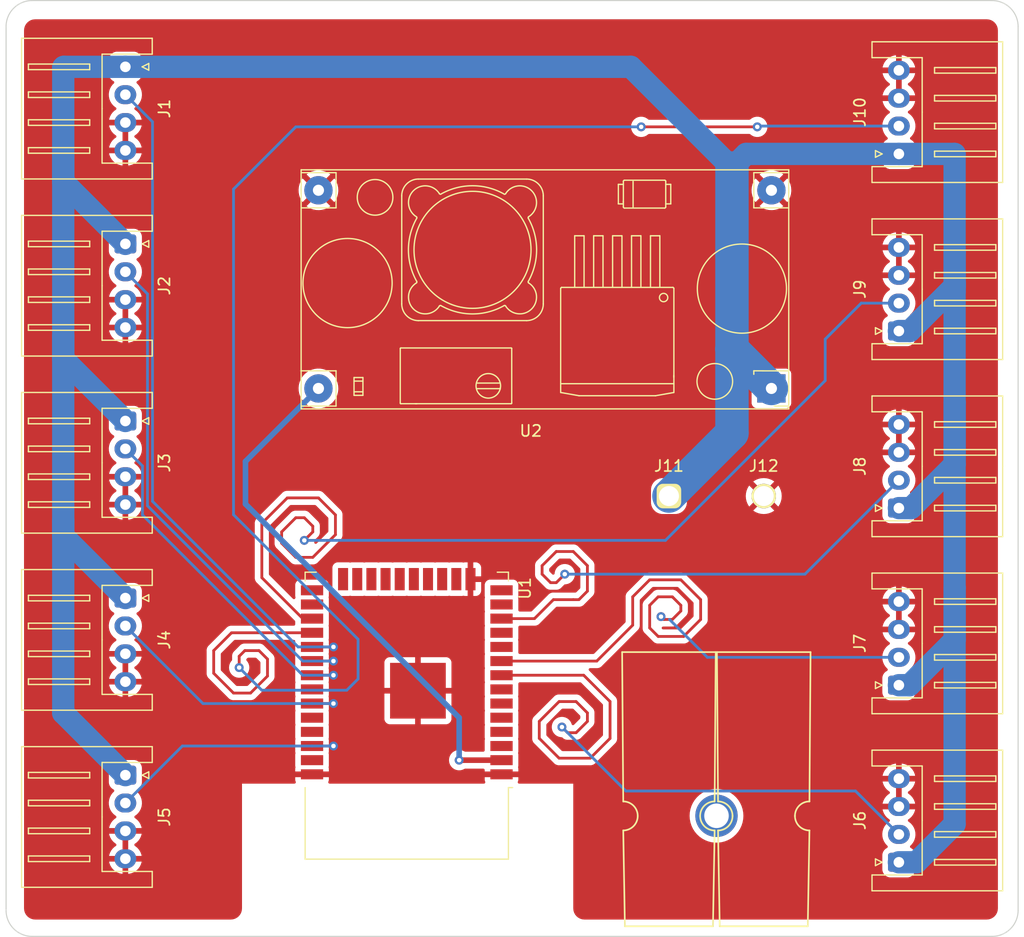
<source format=kicad_pcb>
(kicad_pcb (version 20211014) (generator pcbnew)
  (layers (0 "F.Cu" signal) (31 "B.Cu" signal) (34 "B.Paste" user) (35 "F.Paste" user) (36 "B.SilkS" user "B.Silkscreen") (37 "F.SilkS" user "F.Silkscreen") (38 "B.Mask" user) (39 "F.Mask" user) (44 "Edge.Cuts" user))
  (net 0 "")
  (net 1 "GND")
  (net 2 "+5V")
  (net 8 "Net-(J5-Pad2)")
  (net 13 "Net-(J4-Pad2)")
  (net 21 "Net-(J1-Pad2)")
  (net 24 "Net-(J6-Pad2)")
  (net 25 "Net-(J7-Pad2)")
  (net 30 "+12V")
  (net 31 "Net-(J2-Pad2)")
  (net 34 "Net-(J3-Pad2)")
  (net 35 "Net-(U1-Pad28)")
  (net 36 "Net-(U1-Pad12)")
  (net 37 "Net-(U1-Pad27)")
  (footprint "Custom:Anderson_Powerpole-25A-RA-G1" (layer "F.Cu") (at 162.5092 105.2604)
    (fp_text reference "J11" (at 0 -2.7) (layer "F.SilkS"))
    (fp_text value "Conn_01x01" hide)
    (pad "1" thru_hole roundrect (at 0 0) (size 2.2 2.2) (drill 1.8) (layers *.Cu *.Mask "F.SilkS") (net 30 "+12V"))
  )
  (footprint "Connector_JST:JST_XH_S4B-XH-A_1x04_P2.50mm_Horizontal" (layer "F.Cu") (at 183.1384 74.5652 90)
    (fp_text reference "J10" (at 3.75 -3.5 90) (layer "F.SilkS"))
    (fp_text value "Conn_01x04")
    (pad "1" thru_hole roundrect (at 0 0 90) (size 1.7 1.95) (drill 0.95) (layers *.Cu *.Mask) (roundrect_rratio 0.147059) (net 30 "+12V"))
    (pad "2" thru_hole oval (at 2.5 0 90) (size 1.7 1.95) (drill 0.95) (layers *.Cu *.Mask) (net 35 "Net-(U1-Pad28)"))
    (pad "3" thru_hole oval (at 5 0 90) (size 1.7 1.95) (drill 0.95) (layers *.Cu *.Mask) (net 1 "GND"))
    (pad "4" thru_hole oval (at 7.5 0 90) (size 1.7 1.95) (drill 0.95) (layers *.Cu *.Mask) (net 1 "GND"))
  )
  (footprint "RF_Module:ESP32-WROOM-32" (layer "F.Cu") (at 138.9888 121.9708 180)
    (fp_text reference "U1" (at -10.61 8.43 90) (layer "F.SilkS"))
    (fp_text value "ESP32-WROOM-32D")
    (pad "1" smd rect (at -8.5 -8.255 180) (size 2 0.9) (layers "F.Cu" "F.Paste" "F.Mask") (net 1 "GND"))
    (pad "2" smd rect (at -8.5 -6.985 180) (size 2 0.9) (layers "F.Cu" "F.Paste" "F.Mask") (net 2 "+5V"))
    (pad "3" smd rect (at -8.5 -5.715 180) (size 2 0.9) (layers "F.Cu" "F.Paste" "F.Mask"))
    (pad "4" smd rect (at -8.5 -4.445 180) (size 2 0.9) (layers "F.Cu" "F.Paste" "F.Mask"))
    (pad "5" smd rect (at -8.5 -3.175 180) (size 2 0.9) (layers "F.Cu" "F.Paste" "F.Mask"))
    (pad "6" smd rect (at -8.5 -1.905 180) (size 2 0.9) (layers "F.Cu" "F.Paste" "F.Mask"))
    (pad "7" smd rect (at -8.5 -0.635 180) (size 2 0.9) (layers "F.Cu" "F.Paste" "F.Mask"))
    (pad "8" smd rect (at -8.5 0.635 180) (size 2 0.9) (layers "F.Cu" "F.Paste" "F.Mask") (net 24 "Net-(J6-Pad2)"))
    (pad "9" smd rect (at -8.5 1.905 180) (size 2 0.9) (layers "F.Cu" "F.Paste" "F.Mask") (net 25 "Net-(J7-Pad2)"))
    (pad "10" smd rect (at -8.5 3.175 180) (size 2 0.9) (layers "F.Cu" "F.Paste" "F.Mask"))
    (pad "11" smd rect (at -8.5 4.445 180) (size 2 0.9) (layers "F.Cu" "F.Paste" "F.Mask"))
    (pad "12" smd rect (at -8.5 5.715 180) (size 2 0.9) (layers "F.Cu" "F.Paste" "F.Mask") (net 36 "Net-(U1-Pad12)"))
    (pad "13" smd rect (at -8.5 6.985 180) (size 2 0.9) (layers "F.Cu" "F.Paste" "F.Mask"))
    (pad "14" smd rect (at -8.5 8.255 180) (size 2 0.9) (layers "F.Cu" "F.Paste" "F.Mask"))
    (pad "15" smd rect (at -5.715 9.255 270) (size 2 0.9) (layers "F.Cu" "F.Paste" "F.Mask") (net 1 "GND"))
    (pad "16" smd rect (at -4.445 9.255 270) (size 2 0.9) (layers "F.Cu" "F.Paste" "F.Mask"))
    (pad "17" smd rect (at -3.175 9.255 270) (size 2 0.9) (layers "F.Cu" "F.Paste" "F.Mask"))
    (pad "18" smd rect (at -1.905 9.255 270) (size 2 0.9) (layers "F.Cu" "F.Paste" "F.Mask"))
    (pad "19" smd rect (at -0.635 9.255 270) (size 2 0.9) (layers "F.Cu" "F.Paste" "F.Mask"))
    (pad "20" smd rect (at 0.635 9.255 270) (size 2 0.9) (layers "F.Cu" "F.Paste" "F.Mask"))
    (pad "21" smd rect (at 1.905 9.255 270) (size 2 0.9) (layers "F.Cu" "F.Paste" "F.Mask"))
    (pad "22" smd rect (at 3.175 9.255 270) (size 2 0.9) (layers "F.Cu" "F.Paste" "F.Mask"))
    (pad "23" smd rect (at 4.445 9.255 270) (size 2 0.9) (layers "F.Cu" "F.Paste" "F.Mask"))
    (pad "24" smd rect (at 5.715 9.255 270) (size 2 0.9) (layers "F.Cu" "F.Paste" "F.Mask"))
    (pad "25" smd rect (at 8.5 8.255 180) (size 2 0.9) (layers "F.Cu" "F.Paste" "F.Mask"))
    (pad "26" smd rect (at 8.5 6.985 180) (size 2 0.9) (layers "F.Cu" "F.Paste" "F.Mask"))
    (pad "27" smd rect (at 8.5 5.715 180) (size 2 0.9) (layers "F.Cu" "F.Paste" "F.Mask") (net 37 "Net-(U1-Pad27)"))
    (pad "28" smd rect (at 8.5 4.445 180) (size 2 0.9) (layers "F.Cu" "F.Paste" "F.Mask") (net 35 "Net-(U1-Pad28)"))
    (pad "29" smd rect (at 8.5 3.175 180) (size 2 0.9) (layers "F.Cu" "F.Paste" "F.Mask") (net 21 "Net-(J1-Pad2)"))
    (pad "30" smd rect (at 8.5 1.905 180) (size 2 0.9) (layers "F.Cu" "F.Paste" "F.Mask") (net 31 "Net-(J2-Pad2)"))
    (pad "31" smd rect (at 8.5 0.635 180) (size 2 0.9) (layers "F.Cu" "F.Paste" "F.Mask") (net 34 "Net-(J3-Pad2)"))
    (pad "32" smd rect (at 8.5 -0.635 180) (size 2 0.9) (layers "F.Cu" "F.Paste" "F.Mask"))
    (pad "33" smd rect (at 8.5 -1.905 180) (size 2 0.9) (layers "F.Cu" "F.Paste" "F.Mask") (net 13 "Net-(J4-Pad2)"))
    (pad "34" smd rect (at 8.5 -3.175 180) (size 2 0.9) (layers "F.Cu" "F.Paste" "F.Mask"))
    (pad "35" smd rect (at 8.5 -4.445 180) (size 2 0.9) (layers "F.Cu" "F.Paste" "F.Mask"))
    (pad "36" smd rect (at 8.5 -5.715 180) (size 2 0.9) (layers "F.Cu" "F.Paste" "F.Mask") (net 8 "Net-(J5-Pad2)"))
    (pad "37" smd rect (at 8.5 -6.985 180) (size 2 0.9) (layers "F.Cu" "F.Paste" "F.Mask"))
    (pad "38" smd rect (at 8.5 -8.255 180) (size 2 0.9) (layers "F.Cu" "F.Paste" "F.Mask") (net 1 "GND"))
    (pad "39" smd rect (at -1 -0.755 180) (size 5 5) (layers "F.Cu" "F.Paste" "F.Mask") (net 1 "GND"))
    (zone (net 0) (net_name "") (layers *.Cu) (connect_pads (clearance 0)) (min_thickness 0.254)
      (keepout (tracks not_allowed) (vias not_allowed) (pads not_allowed) (copperpour not_allowed) (footprints not_allowed))
      (fill (thermal_gap 0.508) (thermal_bridge_width 0.508))
      (polygon (pts (xy 152.9888 131.9408) (xy 124.9888 131.9408) (xy 124.9888 142.7208) (xy 152.9888 142.7208)))
    )
  )
  (footprint "Connector_JST:JST_XH_S4B-XH-A_1x04_P2.50mm_Horizontal" (layer "F.Cu") (at 113.7412 66.7512 -90)
    (fp_text reference "J1" (at 3.75 -3.5 90) (layer "F.SilkS"))
    (fp_text value "Conn_01x04")
    (pad "1" thru_hole roundrect (at 0 0 270) (size 1.7 1.95) (drill 0.95) (layers *.Cu *.Mask) (roundrect_rratio 0.147059) (net 30 "+12V"))
    (pad "2" thru_hole oval (at 2.5 0 270) (size 1.7 1.95) (drill 0.95) (layers *.Cu *.Mask) (net 21 "Net-(J1-Pad2)"))
    (pad "3" thru_hole oval (at 5 0 270) (size 1.7 1.95) (drill 0.95) (layers *.Cu *.Mask) (net 1 "GND"))
    (pad "4" thru_hole oval (at 7.5 0 270) (size 1.7 1.95) (drill 0.95) (layers *.Cu *.Mask) (net 1 "GND"))
  )
  (footprint "Connector_JST:JST_XH_S4B-XH-A_1x04_P2.50mm_Horizontal" (layer "F.Cu") (at 113.7412 98.5266 -90)
    (fp_text reference "J3" (at 3.75 -3.5 90) (layer "F.SilkS"))
    (fp_text value "Conn_01x04")
    (pad "1" thru_hole roundrect (at 0 0 270) (size 1.7 1.95) (drill 0.95) (layers *.Cu *.Mask) (roundrect_rratio 0.147059) (net 30 "+12V"))
    (pad "2" thru_hole oval (at 2.5 0 270) (size 1.7 1.95) (drill 0.95) (layers *.Cu *.Mask) (net 34 "Net-(J3-Pad2)"))
    (pad "3" thru_hole oval (at 5 0 270) (size 1.7 1.95) (drill 0.95) (layers *.Cu *.Mask) (net 1 "GND"))
    (pad "4" thru_hole oval (at 7.5 0 270) (size 1.7 1.95) (drill 0.95) (layers *.Cu *.Mask) (net 1 "GND"))
  )
  (footprint "Connector_JST:JST_XH_S4B-XH-A_1x04_P2.50mm_Horizontal" (layer "F.Cu") (at 183.1384 138.116 90)
    (fp_text reference "J6" (at 3.75 -3.5 90) (layer "F.SilkS"))
    (fp_text value "Conn_01x04")
    (pad "1" thru_hole roundrect (at 0 0 90) (size 1.7 1.95) (drill 0.95) (layers *.Cu *.Mask) (roundrect_rratio 0.147059) (net 30 "+12V"))
    (pad "2" thru_hole oval (at 2.5 0 90) (size 1.7 1.95) (drill 0.95) (layers *.Cu *.Mask) (net 24 "Net-(J6-Pad2)"))
    (pad "3" thru_hole oval (at 5 0 90) (size 1.7 1.95) (drill 0.95) (layers *.Cu *.Mask) (net 1 "GND"))
    (pad "4" thru_hole oval (at 7.5 0 90) (size 1.7 1.95) (drill 0.95) (layers *.Cu *.Mask) (net 1 "GND"))
  )
  (footprint "MountingHole:MountingHole_2.2mm_M2_DIN965_Pad" (layer "F.Cu") (at 166.7764 133.9464)
    (fp_text reference " " (at 1.3208 -0.254) (layer "F.SilkS"))
    (fp_text value "MountingHole_2.2mm_M2_DIN965_Pad")
    (pad "1" thru_hole circle (at 0 0) (size 3.8 3.8) (drill 2.2) (layers *.Cu *.Mask))
  )
  (footprint "Connector_JST:JST_XH_S4B-XH-A_1x04_P2.50mm_Horizontal" (layer "F.Cu") (at 113.7412 82.6389 -90)
    (fp_text reference "J2" (at 3.75 -3.5 90) (layer "F.SilkS"))
    (fp_text value "Conn_01x04")
    (pad "1" thru_hole roundrect (at 0 0 270) (size 1.7 1.95) (drill 0.95) (layers *.Cu *.Mask) (roundrect_rratio 0.147059) (net 30 "+12V"))
    (pad "2" thru_hole oval (at 2.5 0 270) (size 1.7 1.95) (drill 0.95) (layers *.Cu *.Mask) (net 31 "Net-(J2-Pad2)"))
    (pad "3" thru_hole oval (at 5 0 270) (size 1.7 1.95) (drill 0.95) (layers *.Cu *.Mask) (net 1 "GND"))
    (pad "4" thru_hole oval (at 7.5 0 270) (size 1.7 1.95) (drill 0.95) (layers *.Cu *.Mask) (net 1 "GND"))
  )
  (footprint "Custom:Anderson_Powerpole-25A-RA-G1" (layer "F.Cu") (at 171.0152 105.2604)
    (fp_text reference "J12" (at 0 -2.7) (layer "F.SilkS"))
    (fp_text value "Conn_01x01" hide)
    (pad "1" thru_hole circle (at 0 0) (size 2.2 2.2) (drill 1.8) (layers *.Cu *.Mask "F.SilkS") (net 1 "GND"))
  )
  (footprint "Connector_JST:JST_XH_S4B-XH-A_1x04_P2.50mm_Horizontal" (layer "F.Cu") (at 183.1384 90.4529 90)
    (fp_text reference "J9" (at 3.75 -3.5 90) (layer "F.SilkS"))
    (fp_text value "Conn_01x04")
    (pad "1" thru_hole roundrect (at 0 0 90) (size 1.7 1.95) (drill 0.95) (layers *.Cu *.Mask) (roundrect_rratio 0.147059) (net 30 "+12V"))
    (pad "2" thru_hole oval (at 2.5 0 90) (size 1.7 1.95) (drill 0.95) (layers *.Cu *.Mask) (net 37 "Net-(U1-Pad27)"))
    (pad "3" thru_hole oval (at 5 0 90) (size 1.7 1.95) (drill 0.95) (layers *.Cu *.Mask) (net 1 "GND"))
    (pad "4" thru_hole oval (at 7.5 0 90) (size 1.7 1.95) (drill 0.95) (layers *.Cu *.Mask) (net 1 "GND"))
  )
  (footprint "Connector_JST:JST_XH_S4B-XH-A_1x04_P2.50mm_Horizontal" (layer "F.Cu") (at 113.7412 130.302 -90)
    (fp_text reference "J5" (at 3.75 -3.5 90) (layer "F.SilkS"))
    (fp_text value "Conn_01x04")
    (pad "1" thru_hole roundrect (at 0 0 270) (size 1.7 1.95) (drill 0.95) (layers *.Cu *.Mask) (roundrect_rratio 0.147059) (net 30 "+12V"))
    (pad "2" thru_hole oval (at 2.5 0 270) (size 1.7 1.95) (drill 0.95) (layers *.Cu *.Mask) (net 8 "Net-(J5-Pad2)"))
    (pad "3" thru_hole oval (at 5 0 270) (size 1.7 1.95) (drill 0.95) (layers *.Cu *.Mask) (net 1 "GND"))
    (pad "4" thru_hole oval (at 7.5 0 270) (size 1.7 1.95) (drill 0.95) (layers *.Cu *.Mask) (net 1 "GND"))
  )
  (footprint "Connector_JST:JST_XH_S4B-XH-A_1x04_P2.50mm_Horizontal" (layer "F.Cu") (at 183.1384 122.2283 90)
    (fp_text reference "J7" (at 3.75 -3.5 90) (layer "F.SilkS"))
    (fp_text value "Conn_01x04")
    (pad "1" thru_hole roundrect (at 0 0 90) (size 1.7 1.95) (drill 0.95) (layers *.Cu *.Mask) (roundrect_rratio 0.147059) (net 30 "+12V"))
    (pad "2" thru_hole oval (at 2.5 0 90) (size 1.7 1.95) (drill 0.95) (layers *.Cu *.Mask) (net 25 "Net-(J7-Pad2)"))
    (pad "3" thru_hole oval (at 5 0 90) (size 1.7 1.95) (drill 0.95) (layers *.Cu *.Mask) (net 1 "GND"))
    (pad "4" thru_hole oval (at 7.5 0 90) (size 1.7 1.95) (drill 0.95) (layers *.Cu *.Mask) (net 1 "GND"))
  )
  (footprint "Connector_JST:JST_XH_S4B-XH-A_1x04_P2.50mm_Horizontal" (layer "F.Cu") (at 183.1384 106.3406 90)
    (fp_text reference "J8" (at 3.75 -3.5 90) (layer "F.SilkS"))
    (fp_text value "Conn_01x04")
    (pad "1" thru_hole roundrect (at 0 0 90) (size 1.7 1.95) (drill 0.95) (layers *.Cu *.Mask) (roundrect_rratio 0.147059) (net 30 "+12V"))
    (pad "2" thru_hole oval (at 2.5 0 90) (size 1.7 1.95) (drill 0.95) (layers *.Cu *.Mask) (net 36 "Net-(U1-Pad12)"))
    (pad "3" thru_hole oval (at 5 0 90) (size 1.7 1.95) (drill 0.95) (layers *.Cu *.Mask) (net 1 "GND"))
    (pad "4" thru_hole oval (at 7.5 0 90) (size 1.7 1.95) (drill 0.95) (layers *.Cu *.Mask) (net 1 "GND"))
  )
  (footprint "Custom:YAAJ_DCDC_StepDown_LM2596" (layer "F.Cu") (at 171.704 95.6056 180)
    (fp_text reference "U2" (at 21.59 -3.81) (layer "F.SilkS"))
    (fp_text value "YAAJ_DCDC_StepDown_LM2596")
    (pad "1" thru_hole rect (at 0 0 180) (size 2.54 2.54) (drill 1) (layers *.Cu *.Mask) (net 30 "+12V"))
    (pad "2" thru_hole circle (at 0 17.78 180) (size 2.54 2.54) (drill 1) (layers *.Cu *.Mask) (net 1 "GND"))
    (pad "3" thru_hole circle (at 40.64 17.78 180) (size 2.54 2.54) (drill 1) (layers *.Cu *.Mask) (net 1 "GND"))
    (pad "4" thru_hole circle (at 40.64 0 180) (size 2.54 2.54) (drill 1) (layers *.Cu *.Mask) (net 2 "+5V"))
  )
  (footprint "Connector_JST:JST_XH_S4B-XH-A_1x04_P2.50mm_Horizontal" (layer "F.Cu") (at 113.7412 114.4143 -90)
    (fp_text reference "J4" (at 3.75 -3.5 90) (layer "F.SilkS"))
    (fp_text value "Conn_01x04")
    (pad "1" thru_hole roundrect (at 0 0 270) (size 1.7 1.95) (drill 0.95) (layers *.Cu *.Mask) (roundrect_rratio 0.147059) (net 30 "+12V"))
    (pad "2" thru_hole oval (at 2.5 0 270) (size 1.7 1.95) (drill 0.95) (layers *.Cu *.Mask) (net 13 "Net-(J4-Pad2)"))
    (pad "3" thru_hole oval (at 5 0 270) (size 1.7 1.95) (drill 0.95) (layers *.Cu *.Mask) (net 1 "GND"))
    (pad "4" thru_hole oval (at 7.5 0 270) (size 1.7 1.95) (drill 0.95) (layers *.Cu *.Mask) (net 1 "GND"))
  )
  (gr_line (start 191.5 144.7668) (end 105.3752 144.7668) (layer "Edge.Cuts") (width 0.1))
  (gr_line (start 105.3752 60.8048) (end 191.5 60.8048) (layer "Edge.Cuts") (width 0.1))
  (gr_arc (start 193.8368 142.43) (mid 193.152367 144.082367) (end 191.5 144.7668) (layer "Edge.Cuts") (width 0.1))
  (gr_arc (start 191.5 60.8048) (mid 193.152367 61.489233) (end 193.8368 63.1416) (layer "Edge.Cuts") (width 0.1))
  (gr_line (start 103.0384 142.3416) (end 103.0384 63.1952) (layer "Edge.Cuts") (width 0.1))
  (gr_line (start 193.8368 63.1416) (end 193.8368 142.43) (layer "Edge.Cuts") (width 0.1))
  (gr_arc (start 105.3752 144.7668) (mid 103.722833 144.082367) (end 103.0384 142.43) (layer "Edge.Cuts") (width 0.1))
  (gr_arc (start 103.0384 63.1416) (mid 103.722833 61.489233) (end 105.3752 60.8048) (layer "Edge.Cuts") (width 0.1))
  (segment (start 147.4888 128.9558) (end 143.6878 128.9558) (width 0.5) (layer "F.Cu") (net 2))
  (via (at 143.6878 128.9558) (size 0.8) (drill 0.4) (layers "F.Cu" "B.Cu") (net 2))
  (segment (start 143.6878 128.9558) (end 143.6878 125.1458) (width 0.5) (layer "B.Cu") (net 2))
  (segment (start 143.6878 125.1458) (end 124.518 105.976) (width 0.5) (layer "B.Cu") (net 2))
  (segment (start 124.518 102.1516) (end 131.064 95.6056) (width 0.5) (layer "B.Cu") (net 2))
  (segment (start 124.518 105.976) (end 124.518 102.1516) (width 0.5) (layer "B.Cu") (net 2))
  (segment (start 132.4102 127.6858) (end 130.4888 127.6858) (width 0.25) (layer "F.Cu") (net 8))
  (via (at 132.4102 127.6858) (size 0.8) (drill 0.4) (layers "F.Cu" "B.Cu") (net 8))
  (segment (start 118.8574 127.6858) (end 130.4888 127.6858) (width 0.25) (layer "B.Cu") (net 8))
  (segment (start 113.7412 132.802) (end 118.8574 127.6858) (width 0.25) (layer "B.Cu") (net 8))
  (segment (start 130.4888 127.6858) (end 132.4102 127.6858) (width 0.25) (layer "B.Cu") (net 8))
  (segment (start 132.4102 123.8758) (end 130.4888 123.8758) (width 0.25) (layer "F.Cu") (net 13))
  (via (at 132.4102 123.8758) (size 0.8) (drill 0.4) (layers "F.Cu" "B.Cu") (net 13))
  (segment (start 130.4888 123.8758) (end 120.7027 123.8758) (width 0.25) (layer "B.Cu") (net 13))
  (segment (start 120.7027 123.8758) (end 113.7412 116.9143) (width 0.25) (layer "B.Cu") (net 13))
  (segment (start 130.4888 123.8758) (end 132.4102 123.8758) (width 0.25) (layer "B.Cu") (net 13))
  (segment (start 130.4888 118.7958) (end 132.4102 118.7958) (width 0.25) (layer "F.Cu") (net 21))
  (via (at 132.4102 118.7958) (size 0.8) (drill 0.4) (layers "F.Cu" "B.Cu") (net 21))
  (segment (start 116.175767 71.685767) (end 113.7412 69.2512) (width 0.25) (layer "B.Cu") (net 21))
  (segment (start 116.175767 105.732767) (end 116.175767 71.685767) (width 0.25) (layer "B.Cu") (net 21))
  (segment (start 129.2388 118.7958) (end 132.4102 118.7958) (width 0.25) (layer "B.Cu") (net 21))
  (segment (start 129.2388 118.7958) (end 116.175767 105.732767) (width 0.25) (layer "B.Cu") (net 21))
  (segment (start 157.226 127) (end 155.448 128.778) (width 0.25) (layer "F.Cu") (net 24))
  (segment (start 154.178 126.492) (end 153.416 126.492) (width 0.25) (layer "F.Cu") (net 24))
  (segment (start 152.654 128.778) (end 150.876 127) (width 0.25) (layer "F.Cu") (net 24))
  (segment (start 154.178 123.698) (end 155.194 124.714) (width 0.25) (layer "F.Cu") (net 24))
  (segment (start 155.448 128.778) (end 152.654 128.778) (width 0.25) (layer "F.Cu") (net 24))
  (segment (start 150.876 125.476) (end 152.654 123.698) (width 0.25) (layer "F.Cu") (net 24))
  (segment (start 155.194 125.476) (end 154.178 126.492) (width 0.25) (layer "F.Cu") (net 24))
  (segment (start 152.654 123.698) (end 154.178 123.698) (width 0.25) (layer "F.Cu") (net 24))
  (segment (start 153.416 126.492) (end 152.908 125.984) (width 0.25) (layer "F.Cu") (net 24))
  (segment (start 147.4888 121.3358) (end 154.8638 121.3358) (width 0.25) (layer "F.Cu") (net 24))
  (segment (start 154.8638 121.3358) (end 157.226 123.698) (width 0.25) (layer "F.Cu") (net 24))
  (segment (start 157.226 123.698) (end 157.226 127) (width 0.25) (layer "F.Cu") (net 24))
  (segment (start 155.194 124.714) (end 155.194 125.476) (width 0.25) (layer "F.Cu") (net 24))
  (segment (start 150.876 127) (end 150.876 125.476) (width 0.25) (layer "F.Cu") (net 24))
  (via (at 152.908 125.984) (size 0.8) (drill 0.4) (layers "F.Cu" "B.Cu") (net 24))
  (segment (start 179.2438 131.7214) (end 183.1384 135.616) (width 0.25) (layer "B.Cu") (net 24))
  (segment (start 152.908 125.984) (end 158.6454 131.7214) (width 0.25) (layer "B.Cu") (net 24))
  (segment (start 158.6454 131.7214) (end 179.2438 131.7214) (width 0.25) (layer "B.Cu") (net 24))
  (segment (start 159.258 116.84) (end 159.258 114.3) (width 0.25) (layer "F.Cu") (net 25))
  (segment (start 163.83 117.856) (end 161.544 117.856) (width 0.25) (layer "F.Cu") (net 25))
  (segment (start 162.814 116.332) (end 162.052 116.332) (width 0.25) (layer "F.Cu") (net 25))
  (segment (start 161.544 114.3) (end 162.814 114.3) (width 0.25) (layer "F.Cu") (net 25))
  (segment (start 163.576 115.57) (end 162.814 116.332) (width 0.25) (layer "F.Cu") (net 25))
  (segment (start 163.576 115.062) (end 163.576 115.57) (width 0.25) (layer "F.Cu") (net 25))
  (segment (start 160.782 112.776) (end 163.576 112.776) (width 0.25) (layer "F.Cu") (net 25))
  (segment (start 165.354 114.554) (end 165.354 116.332) (width 0.25) (layer "F.Cu") (net 25))
  (segment (start 159.258 114.3) (end 160.782 112.776) (width 0.25) (layer "F.Cu") (net 25))
  (segment (start 147.4888 120.0658) (end 156.0322 120.0658) (width 0.25) (layer "F.Cu") (net 25))
  (segment (start 162.814 114.3) (end 163.576 115.062) (width 0.25) (layer "F.Cu") (net 25))
  (segment (start 160.782 115.062) (end 161.544 114.3) (width 0.25) (layer "F.Cu") (net 25))
  (segment (start 165.354 116.332) (end 163.83 117.856) (width 0.25) (layer "F.Cu") (net 25))
  (segment (start 161.544 117.856) (end 160.782 117.094) (width 0.25) (layer "F.Cu") (net 25))
  (segment (start 160.782 117.094) (end 160.782 115.062) (width 0.25) (layer "F.Cu") (net 25))
  (segment (start 156.0322 120.0658) (end 159.258 116.84) (width 0.25) (layer "F.Cu") (net 25))
  (segment (start 162.052 116.332) (end 161.798 116.078) (width 0.25) (layer "F.Cu") (net 25))
  (segment (start 163.576 112.776) (end 165.354 114.554) (width 0.25) (layer "F.Cu") (net 25))
  (via (at 161.798 116.078) (size 0.8) (drill 0.4) (layers "F.Cu" "B.Cu") (net 25))
  (segment (start 165.9563 119.7283) (end 183.1384 119.7283) (width 0.25) (layer "B.Cu") (net 25))
  (segment (start 162.56 116.332) (end 165.9563 119.7283) (width 0.25) (layer "B.Cu") (net 25))
  (segment (start 168.164 75.8284) (end 169.4272 74.5652) (width 2) (layer "B.Cu") (net 30))
  (segment (start 188.1384 74.5652) (end 188.1384 83.3876) (width 2) (layer "B.Cu") (net 30))
  (segment (start 188.1384 118.1856) (end 184.0957 122.2283) (width 2) (layer "B.Cu") (net 30))
  (segment (start 108.166262 74.638262) (end 108.166262 90.969738) (width 2) (layer "B.Cu") (net 30))
  (segment (start 188.1384 96.8496) (end 188.1384 113.4624) (width 2) (layer "B.Cu") (net 30))
  (segment (start 188.1384 134.6956) (end 184.718 138.116) (width 2) (layer "B.Cu") (net 30))
  (segment (start 159.0868 66.7512) (end 113.7412 66.7512) (width 2) (layer "B.Cu") (net 30))
  (segment (start 113.7412 66.7512) (end 108.217062 66.7512) (width 2) (layer "B.Cu") (net 30))
  (segment (start 183.1384 74.5652) (end 188.1384 74.5652) (width 2) (layer "B.Cu") (net 30))
  (segment (start 108.166262 124.727062) (end 113.7412 130.302) (width 2) (layer "B.Cu") (net 30))
  (segment (start 108.166262 77.063962) (end 113.7412 82.6389) (width 2) (layer "B.Cu") (net 30))
  (segment (start 188.1384 86.1816) (end 188.1384 86.9436) (width 2) (layer "B.Cu") (net 30))
  (segment (start 108.166262 108.839362) (end 113.7412 114.4143) (width 2) (layer "B.Cu") (net 30))
  (segment (start 188.1384 83.3876) (end 188.1384 96.8496) (width 2) (layer "B.Cu") (net 30))
  (segment (start 184.1211 90.4529) (end 183.1384 90.4529) (width 2) (layer "B.Cu") (net 30))
  (segment (start 168.164 99.6056) (end 162.5092 105.2604) (width 3) (layer "B.Cu") (net 30))
  (segment (start 108.166262 107.479738) (end 108.166262 124.727062) (width 2) (layer "B.Cu") (net 30))
  (segment (start 171.704 95.6056) (end 171.704 96.0656) (width 2) (layer "B.Cu") (net 30))
  (segment (start 188.1384 113.4624) (end 188.1384 134.6956) (width 2) (layer "B.Cu") (net 30))
  (segment (start 184.718 138.116) (end 183.1384 138.116) (width 2) (layer "B.Cu") (net 30))
  (segment (start 169.4272 74.5652) (end 183.1384 74.5652) (width 2) (layer "B.Cu") (net 30))
  (segment (start 188.1384 86.1816) (end 188.1384 86.4356) (width 2) (layer "B.Cu") (net 30))
  (segment (start 168.164 75.8284) (end 159.0868 66.7512) (width 2) (layer "B.Cu") (net 30))
  (segment (start 168.164 92.0656) (end 168.164 99.6056) (width 3) (layer "B.Cu") (net 30))
  (segment (start 168.164 92.0656) (end 171.704 95.6056) (width 3) (layer "B.Cu") (net 30))
  (segment (start 108.166262 90.969738) (end 108.166262 107.479738) (width 2) (layer "B.Cu") (net 30))
  (segment (start 188.1384 96.8496) (end 188.1384 102.4376) (width 2) (layer "B.Cu") (net 30))
  (segment (start 108.217062 66.7512) (end 108.166262 66.802) (width 2) (layer "B.Cu") (net 30))
  (segment (start 188.1384 102.4376) (end 184.2354 106.3406) (width 2) (layer "B.Cu") (net 30))
  (segment (start 108.166262 66.802) (end 108.166262 74.638262) (width 2) (layer "B.Cu") (net 30))
  (segment (start 108.166262 107.479738) (end 108.166262 108.839362) (width 2) (layer "B.Cu") (net 30))
  (segment (start 108.166262 92.951662) (end 113.7412 98.5266) (width 2) (layer "B.Cu") (net 30))
  (segment (start 188.1384 86.4356) (end 184.1211 90.4529) (width 2) (layer "B.Cu") (net 30))
  (segment (start 108.166262 74.638262) (end 108.166262 77.063962) (width 2) (layer "B.Cu") (net 30))
  (segment (start 184.0957 122.2283) (end 183.1384 122.2283) (width 2) (layer "B.Cu") (net 30))
  (segment (start 188.1384 113.4624) (end 188.1384 118.1856) (width 2) (layer "B.Cu") (net 30))
  (segment (start 188.1384 83.3876) (end 188.1384 86.1816) (width 2) (layer "B.Cu") (net 30))
  (segment (start 108.166262 90.969738) (end 108.166262 92.951662) (width 2) (layer "B.Cu") (net 30))
  (segment (start 184.2354 106.3406) (end 183.1384 106.3406) (width 2) (layer "B.Cu") (net 30))
  (segment (start 168.164 75.8284) (end 168.164 92.0656) (width 3) (layer "B.Cu") (net 30))
  (segment (start 130.4888 120.0658) (end 132.4102 120.0658) (width 0.25) (layer "F.Cu") (net 31))
  (via (at 132.4102 120.0658) (size 0.8) (drill 0.4) (layers "F.Cu" "B.Cu") (net 31))
  (segment (start 115.725767 87.123467) (end 113.7412 85.1389) (width 0.25) (layer "B.Cu") (net 31))
  (segment (start 129.6588 120.0658) (end 132.4102 120.0658) (width 0.25) (layer "B.Cu") (net 31))
  (segment (start 115.725767 106.132767) (end 115.725767 87.123467) (width 0.25) (layer "B.Cu") (net 31))
  (segment (start 129.6588 120.0658) (end 115.725767 106.132767) (width 0.25) (layer "B.Cu") (net 31))
  (segment (start 130.4888 121.3358) (end 132.4102 121.3358) (width 0.25) (layer "F.Cu") (net 34))
  (via (at 132.4102 121.3358) (size 0.8) (drill 0.4) (layers "F.Cu" "B.Cu") (net 34))
  (segment (start 129.6588 121.3358) (end 132.4102 121.3358) (width 0.25) (layer "B.Cu") (net 34))
  (segment (start 115.275767 106.952767) (end 115.275767 102.561167) (width 0.25) (layer "B.Cu") (net 34))
  (segment (start 129.6588 121.3358) (end 115.275767 106.952767) (width 0.25) (layer "B.Cu") (net 34))
  (segment (start 115.275767 102.561167) (end 113.7412 101.0266) (width 0.25) (layer "B.Cu") (net 34))
  (segment (start 126.492 119.888) (end 125.73 119.126) (width 0.25) (layer "F.Cu") (net 35))
  (segment (start 124.968 122.936) (end 126.492 121.412) (width 0.25) (layer "F.Cu") (net 35))
  (segment (start 121.666 121.158) (end 123.444 122.936) (width 0.25) (layer "F.Cu") (net 35))
  (segment (start 170.434 72.136) (end 170.5048 72.0652) (width 0.25) (layer "F.Cu") (net 35))
  (segment (start 126.492 121.412) (end 126.492 119.888) (width 0.25) (layer "F.Cu") (net 35))
  (segment (start 160.02 72.136) (end 170.434 72.136) (width 0.25) (layer "F.Cu") (net 35))
  (segment (start 124.46 119.126) (end 123.952 119.634) (width 0.25) (layer "F.Cu") (net 35))
  (segment (start 123.952 119.634) (end 123.952 120.65) (width 0.25) (layer "F.Cu") (net 35))
  (segment (start 123.2662 117.5258) (end 121.666 119.126) (width 0.25) (layer "F.Cu") (net 35))
  (segment (start 121.666 119.126) (end 121.666 121.158) (width 0.25) (layer "F.Cu") (net 35))
  (segment (start 125.73 119.126) (end 124.46 119.126) (width 0.25) (layer "F.Cu") (net 35))
  (segment (start 123.444 122.936) (end 124.968 122.936) (width 0.25) (layer "F.Cu") (net 35))
  (segment (start 130.4888 117.5258) (end 123.2662 117.5258) (width 0.25) (layer "F.Cu") (net 35))
  (via (at 123.952 120.65) (size 0.8) (drill 0.4) (layers "F.Cu" "B.Cu") (net 35))
  (via (at 170.434 72.136) (size 0.8) (drill 0.4) (layers "F.Cu" "B.Cu") (net 35))
  (via (at 160.02 72.136) (size 0.8) (drill 0.4) (layers "F.Cu" "B.Cu") (net 35))
  (segment (start 123.444 77.724) (end 129.032 72.136) (width 0.25) (layer "B.Cu") (net 35))
  (segment (start 123.444 106.934) (end 123.444 77.724) (width 0.25) (layer "B.Cu") (net 35))
  (segment (start 129.032 72.136) (end 160.02 72.136) (width 0.25) (layer "B.Cu") (net 35))
  (segment (start 125.984 122.682) (end 133.604 122.682) (width 0.25) (layer "B.Cu") (net 35))
  (segment (start 170.5048 72.0652) (end 183.1384 72.0652) (width 0.25) (layer "B.Cu") (net 35))
  (segment (start 134.62 121.666) (end 134.62 118.11) (width 0.25) (layer "B.Cu") (net 35))
  (segment (start 123.952 120.65) (end 125.984 122.682) (width 0.25) (layer "B.Cu") (net 35))
  (segment (start 134.62 118.11) (end 123.444 106.934) (width 0.25) (layer "B.Cu") (net 35))
  (segment (start 133.604 122.682) (end 134.62 121.666) (width 0.25) (layer "B.Cu") (net 35))
  (segment (start 152.4 113.03) (end 153.162 112.268) (width 0.25) (layer "F.Cu") (net 36))
  (segment (start 152.4 110.236) (end 151.13 111.506) (width 0.25) (layer "F.Cu") (net 36))
  (segment (start 151.892 113.03) (end 152.4 113.03) (width 0.25) (layer "F.Cu") (net 36))
  (segment (start 153.924 110.236) (end 152.4 110.236) (width 0.25) (layer "F.Cu") (net 36))
  (segment (start 152.146 114.554) (end 153.924 114.554) (width 0.25) (layer "F.Cu") (net 36))
  (segment (start 147.4888 116.2558) (end 150.4442 116.2558) (width 0.25) (layer "F.Cu") (net 36))
  (segment (start 154.432 114.554) (end 155.194 113.792) (width 0.25) (layer "F.Cu") (net 36))
  (segment (start 150.4442 116.2558) (end 152.146 114.554) (width 0.25) (layer "F.Cu") (net 36))
  (segment (start 151.13 111.506) (end 151.13 112.268) (width 0.25) (layer "F.Cu") (net 36))
  (segment (start 155.194 113.792) (end 155.194 111.506) (width 0.25) (layer "F.Cu") (net 36))
  (segment (start 153.924 114.554) (end 154.432 114.554) (width 0.25) (layer "F.Cu") (net 36))
  (segment (start 151.13 112.268) (end 151.892 113.03) (width 0.25) (layer "F.Cu") (net 36))
  (segment (start 155.194 111.506) (end 153.924 110.236) (width 0.25) (layer "F.Cu") (net 36))
  (via (at 153.162 112.268) (size 0.8) (drill 0.4) (layers "F.Cu" "B.Cu") (net 36))
  (segment (start 174.711 112.268) (end 183.1384 103.8406) (width 0.25) (layer "B.Cu") (net 36))
  (segment (start 153.162 112.268) (end 174.711 112.268) (width 0.25) (layer "B.Cu") (net 36))
  (segment (start 129.6588 116.2558) (end 125.984 112.581) (width 0.25) (layer "F.Cu") (net 37))
  (segment (start 127.762 108.474) (end 129.032 107.204) (width 0.25) (layer "F.Cu") (net 37))
  (segment (start 125.984 112.581) (end 125.984 107.712) (width 0.25) (layer "F.Cu") (net 37))
  (segment (start 132.588 108.728) (end 130.556 110.76) (width 0.25) (layer "F.Cu") (net 37))
  (segment (start 129.794 107.204) (end 130.556 107.966) (width 0.25) (layer "F.Cu") (net 37))
  (segment (start 128.27 105.426) (end 131.064 105.426) (width 0.25) (layer "F.Cu") (net 37))
  (segment (start 125.984 107.712) (end 128.27 105.426) (width 0.25) (layer "F.Cu") (net 37))
  (segment (start 130.556 108.474) (end 129.794 109.236) (width 0.25) (layer "F.Cu") (net 37))
  (segment (start 129.032 110.76) (end 127.762 109.49) (width 0.25) (layer "F.Cu") (net 37))
  (segment (start 130.556 110.76) (end 129.032 110.76) (width 0.25) (layer "F.Cu") (net 37))
  (segment (start 132.588 106.95) (end 132.588 108.728) (width 0.25) (layer "F.Cu") (net 37))
  (segment (start 131.064 105.426) (end 132.588 106.95) (width 0.25) (layer "F.Cu") (net 37))
  (segment (start 127.762 109.49) (end 127.762 108.474) (width 0.25) (layer "F.Cu") (net 37))
  (segment (start 130.4888 116.2558) (end 129.6588 116.2558) (width 0.25) (layer "F.Cu") (net 37))
  (segment (start 129.032 107.204) (end 129.794 107.204) (width 0.25) (layer "F.Cu") (net 37))
  (segment (start 130.556 107.966) (end 130.556 108.474) (width 0.25) (layer "F.Cu") (net 37))
  (via (at 129.794 109.236) (size 0.8) (drill 0.4) (layers "F.Cu" "B.Cu") (net 37))
  (segment (start 162.196415 109.236) (end 176.53 94.902415) (width 0.25) (layer "B.Cu") (net 37))
  (segment (start 176.53 94.902415) (end 176.53 91.186) (width 0.25) (layer "B.Cu") (net 37))
  (segment (start 179.7631 87.9529) (end 183.1384 87.9529) (width 0.25) (layer "B.Cu") (net 37))
  (segment (start 176.53 91.186) (end 179.7631 87.9529) (width 0.25) (layer "B.Cu") (net 37))
  (segment (start 129.794 109.236) (end 162.196415 109.236) (width 0.25) (layer "B.Cu") (net 37))
  (zone (net 1) (net_name "GND") (layer "F.Cu") (connect_pads (clearance 0.508)) (min_thickness 0.254) (fill yes (thermal_gap 0.508) (thermal_bridge_width 0.508) (smoothing fillet) (radius 1))
    (polygon (pts (xy 192.024 143.256) (xy 153.924 143.256) (xy 153.924 131.064) (xy 124.206 131.064) (xy 124.206 143.256) (xy 104.648 143.256) (xy 104.648 62.484) (xy 192.024 62.484)))
  )
)
</source>
